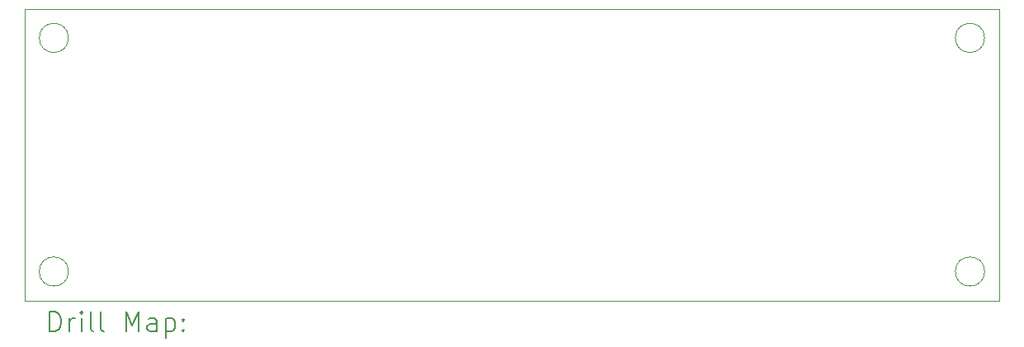
<source format=gbr>
%TF.GenerationSoftware,KiCad,Pcbnew,8.0.0*%
%TF.CreationDate,2024-03-26T18:15:13+09:00*%
%TF.ProjectId,led-board,6c65642d-626f-4617-9264-2e6b69636164,rev?*%
%TF.SameCoordinates,Original*%
%TF.FileFunction,Drillmap*%
%TF.FilePolarity,Positive*%
%FSLAX45Y45*%
G04 Gerber Fmt 4.5, Leading zero omitted, Abs format (unit mm)*
G04 Created by KiCad (PCBNEW 8.0.0) date 2024-03-26 18:15:13*
%MOMM*%
%LPD*%
G01*
G04 APERTURE LIST*
%ADD10C,0.050000*%
%ADD11C,0.200000*%
G04 APERTURE END LIST*
D10*
X20920000Y-9090000D02*
G75*
G02*
X20620000Y-9090000I-150000J0D01*
G01*
X20620000Y-9090000D02*
G75*
G02*
X20920000Y-9090000I150000J0D01*
G01*
X11070000Y-6390000D02*
X21070000Y-6390000D01*
X21070000Y-9390000D01*
X11070000Y-9390000D01*
X11070000Y-6390000D01*
X11520000Y-9090000D02*
G75*
G02*
X11220000Y-9090000I-150000J0D01*
G01*
X11220000Y-9090000D02*
G75*
G02*
X11520000Y-9090000I150000J0D01*
G01*
X11520000Y-6690000D02*
G75*
G02*
X11220000Y-6690000I-150000J0D01*
G01*
X11220000Y-6690000D02*
G75*
G02*
X11520000Y-6690000I150000J0D01*
G01*
X20920000Y-6690000D02*
G75*
G02*
X20620000Y-6690000I-150000J0D01*
G01*
X20620000Y-6690000D02*
G75*
G02*
X20920000Y-6690000I150000J0D01*
G01*
D11*
X11328277Y-9703984D02*
X11328277Y-9503984D01*
X11328277Y-9503984D02*
X11375896Y-9503984D01*
X11375896Y-9503984D02*
X11404467Y-9513508D01*
X11404467Y-9513508D02*
X11423515Y-9532555D01*
X11423515Y-9532555D02*
X11433039Y-9551603D01*
X11433039Y-9551603D02*
X11442562Y-9589698D01*
X11442562Y-9589698D02*
X11442562Y-9618270D01*
X11442562Y-9618270D02*
X11433039Y-9656365D01*
X11433039Y-9656365D02*
X11423515Y-9675412D01*
X11423515Y-9675412D02*
X11404467Y-9694460D01*
X11404467Y-9694460D02*
X11375896Y-9703984D01*
X11375896Y-9703984D02*
X11328277Y-9703984D01*
X11528277Y-9703984D02*
X11528277Y-9570650D01*
X11528277Y-9608746D02*
X11537801Y-9589698D01*
X11537801Y-9589698D02*
X11547324Y-9580174D01*
X11547324Y-9580174D02*
X11566372Y-9570650D01*
X11566372Y-9570650D02*
X11585420Y-9570650D01*
X11652086Y-9703984D02*
X11652086Y-9570650D01*
X11652086Y-9503984D02*
X11642562Y-9513508D01*
X11642562Y-9513508D02*
X11652086Y-9523031D01*
X11652086Y-9523031D02*
X11661610Y-9513508D01*
X11661610Y-9513508D02*
X11652086Y-9503984D01*
X11652086Y-9503984D02*
X11652086Y-9523031D01*
X11775896Y-9703984D02*
X11756848Y-9694460D01*
X11756848Y-9694460D02*
X11747324Y-9675412D01*
X11747324Y-9675412D02*
X11747324Y-9503984D01*
X11880658Y-9703984D02*
X11861610Y-9694460D01*
X11861610Y-9694460D02*
X11852086Y-9675412D01*
X11852086Y-9675412D02*
X11852086Y-9503984D01*
X12109229Y-9703984D02*
X12109229Y-9503984D01*
X12109229Y-9503984D02*
X12175896Y-9646841D01*
X12175896Y-9646841D02*
X12242562Y-9503984D01*
X12242562Y-9503984D02*
X12242562Y-9703984D01*
X12423515Y-9703984D02*
X12423515Y-9599222D01*
X12423515Y-9599222D02*
X12413991Y-9580174D01*
X12413991Y-9580174D02*
X12394943Y-9570650D01*
X12394943Y-9570650D02*
X12356848Y-9570650D01*
X12356848Y-9570650D02*
X12337801Y-9580174D01*
X12423515Y-9694460D02*
X12404467Y-9703984D01*
X12404467Y-9703984D02*
X12356848Y-9703984D01*
X12356848Y-9703984D02*
X12337801Y-9694460D01*
X12337801Y-9694460D02*
X12328277Y-9675412D01*
X12328277Y-9675412D02*
X12328277Y-9656365D01*
X12328277Y-9656365D02*
X12337801Y-9637317D01*
X12337801Y-9637317D02*
X12356848Y-9627793D01*
X12356848Y-9627793D02*
X12404467Y-9627793D01*
X12404467Y-9627793D02*
X12423515Y-9618270D01*
X12518753Y-9570650D02*
X12518753Y-9770650D01*
X12518753Y-9580174D02*
X12537801Y-9570650D01*
X12537801Y-9570650D02*
X12575896Y-9570650D01*
X12575896Y-9570650D02*
X12594943Y-9580174D01*
X12594943Y-9580174D02*
X12604467Y-9589698D01*
X12604467Y-9589698D02*
X12613991Y-9608746D01*
X12613991Y-9608746D02*
X12613991Y-9665889D01*
X12613991Y-9665889D02*
X12604467Y-9684936D01*
X12604467Y-9684936D02*
X12594943Y-9694460D01*
X12594943Y-9694460D02*
X12575896Y-9703984D01*
X12575896Y-9703984D02*
X12537801Y-9703984D01*
X12537801Y-9703984D02*
X12518753Y-9694460D01*
X12699705Y-9684936D02*
X12709229Y-9694460D01*
X12709229Y-9694460D02*
X12699705Y-9703984D01*
X12699705Y-9703984D02*
X12690182Y-9694460D01*
X12690182Y-9694460D02*
X12699705Y-9684936D01*
X12699705Y-9684936D02*
X12699705Y-9703984D01*
X12699705Y-9580174D02*
X12709229Y-9589698D01*
X12709229Y-9589698D02*
X12699705Y-9599222D01*
X12699705Y-9599222D02*
X12690182Y-9589698D01*
X12690182Y-9589698D02*
X12699705Y-9580174D01*
X12699705Y-9580174D02*
X12699705Y-9599222D01*
M02*

</source>
